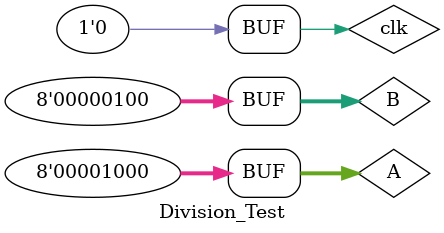
<source format=v>
`timescale 1ns / 1ps


module Division_Test;

	// Inputs
	reg [7:0] A;
	reg [7:0] B;
	reg clk;

	// Outputs
	wire [7:0] Q;
	wire [7:0] R;

	// Instantiate the Unit Under Test (UUT)
	Division uut (
		.A(A), 
		.B(B), 
		.clk(clk),
		.Q(Q), 
		.R(R)
	);

	initial begin
		// Initialize Inputs
		A = 14;
		B = 3;
		clk=1;
		#1;
		clk=0;
		#1;
		clk=1;
		#1;
		clk=0;
		#1;
		clk=1;
		#1;
		clk=0;
		#1;
		clk=1;
		#1;
		clk=0;
		#1;
		clk=1;
		#1;
		clk=0;
		#1;
		clk=1;
		#1;
		clk=0;
		#1;
		clk=1;
		#1;
		clk=0;
		#1;
		clk=1;
		#1;
		clk=0;
		#1;
		clk=1;
		#1;
		clk=0;
		#1;
		

		// Wait 100 ns for global reset to finish
		#100;
		A = 24;
		B = 3;
		clk=1;
		#1;
		clk=0;
		#1;
		clk=1;
		#1;
		clk=0;
		#1;
		clk=1;
		#1;
		clk=0;
		#1;
		clk=1;
		#1;
		clk=0;
		#1;
		clk=1;
		#1;
		clk=0;
		#1;
		clk=1;
		#1;
		clk=0;
		#1;
		clk=1;
		#1;
		clk=0;
		#1;
		clk=1;
		#1;
		clk=0;
		#1;
		clk=1;
		#1;
		clk=0;
		#1;

		// Wait 100 ns for global reset to finish
		#100;
		A = 100;
		B = 12;
		clk=1;
		#1;
		clk=0;
		#1;
		clk=1;
		#1;
		clk=0;
		#1;
		clk=1;
		#1;
		clk=0;
		#1;
		clk=1;
		#1;
		clk=0;
		#1;
		clk=1;
		#1;
		clk=0;
		#1;
		clk=1;
		#1;
		clk=0;
		#1;
		clk=1;
		#1;
		clk=0;
		#1;
		clk=1;
		#1;
		clk=0;
		#1;
		clk=1;
		#1;
		clk=0;
		#1;

		// Wait 100 ns for global reset to finish
		#100;
		A = 8;
		B = 4;
		clk=1;
		#1;
		clk=0;
		#1;
		clk=1;
		#1;
		clk=0;
		#1;
		clk=1;
		#1;
		clk=0;
		#1;
		clk=1;
		#1;
		clk=0;
		#1;
		clk=1;
		#1;
		clk=0;
		#1;
		clk=1;
		#1;
		clk=0;
		#1;
		clk=1;
		#1;
		clk=0;
		#1;
		clk=1;
		#1;
		clk=0;
		#1;
		clk=1;
		#1;
		clk=0;
		#1;

		// Wait 100 ns for global reset to finish
		#100;
        
		// Add stimulus here

	end
      
endmodule


</source>
